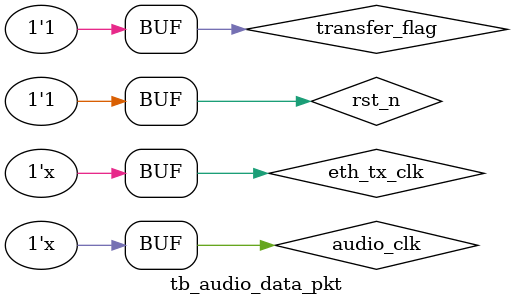
<source format=v>
`timescale 1ns/1ns
module tb_audio_data_pkt();
    reg          rst_n          ;
   
    reg          audio_clk      ;
    reg          audio_en       ;
    reg [15:0]   audio_data     ;
   
    reg          transfer_flag  ; 
    
  
    reg          eth_tx_clk     ; 
    reg          udp_tx_req     ; 
    reg          udp_tx_done    ; 
    wire         udp_tx_start_en; 
    wire  [31:0] udp_tx_data    ; 
    wire  [15:0] udp_tx_byte_num; 
    
initial begin
    audio_clk  = 1'b0;
    eth_tx_clk = 1'b0;
    rst_n <= 1'b0;
    transfer_flag <= 1'b0;
    #40;
    rst_n <= 1'b1;
    transfer_flag <= 1'b1;
end    
 always #40 audio_clk = ~audio_clk;
 
 always #10 eth_tx_clk = ~eth_tx_clk;

reg [15:0] cnt;

always@(posedge audio_clk or negedge rst_n)
begin
    if(~rst_n)
        cnt <= 16'd0;
    else if(cnt == 'd255)
        cnt <= 16'd0;
    else
        cnt <= cnt + 1'b1;
end

always@(posedge audio_clk or negedge rst_n)
begin
    if(~rst_n)
      audio_en <= 1'b0;
    else if(cnt)
      audio_en <= 1'b1;
    else
      audio_en <= 1'b0;
        
end

always@(posedge audio_clk or negedge rst_n)
begin
    if(~rst_n)
      audio_data <= 'b0;
    else if(cnt)
      audio_data <= audio_data + 16'd111;
    else;
        
end
always@(posedge eth_tx_clk or negedge rst_n)
begin
    if(~rst_n)
        udp_tx_req <= 1'b0;
    else if(cnt == 'd100)
        udp_tx_req <= 1'b1;
    else
        udp_tx_req <= udp_tx_req; 
        
end
always@(posedge eth_tx_clk or negedge rst_n)
begin
    if(~rst_n)
        udp_tx_done <= 1'b0;
    else if(cnt == 'd250)
        udp_tx_done <= 1'b1;
    else
        udp_tx_done <= 1'b0; 
        
end

//写时钟12M，读时钟50M时序可能会出现问题
audio_data_pkt1 audio_data_pkt_inst
(
    .rst_n          (rst_n          ),
    
    .audio_clk      (audio_clk      ),  
    .audio_en       (audio_en       ),
    .audio_data     (audio_data     ),
   
    .transfer_flag  (transfer_flag  ),  //音频开始传输标志,1:开始传输 0:停止传输
    
    .eth_tx_clk     (eth_tx_clk     ),   //以太网发送时钟
    .udp_tx_req     (udp_tx_req     ),   //udp发送数据请求信号
    .udp_tx_done    (udp_tx_done    ),   //udp发送数据完成信号                               
    .udp_tx_start_en(udp_tx_start_en),   //udp开始发送信号
    .udp_tx_data    (udp_tx_data    ),   //udp发送的数据
    .udp_tx_byte_num(udp_tx_byte_num)    //udp单包发送的有效字节数  --65535 maxbytes
);    
    
    
    


endmodule



</source>
